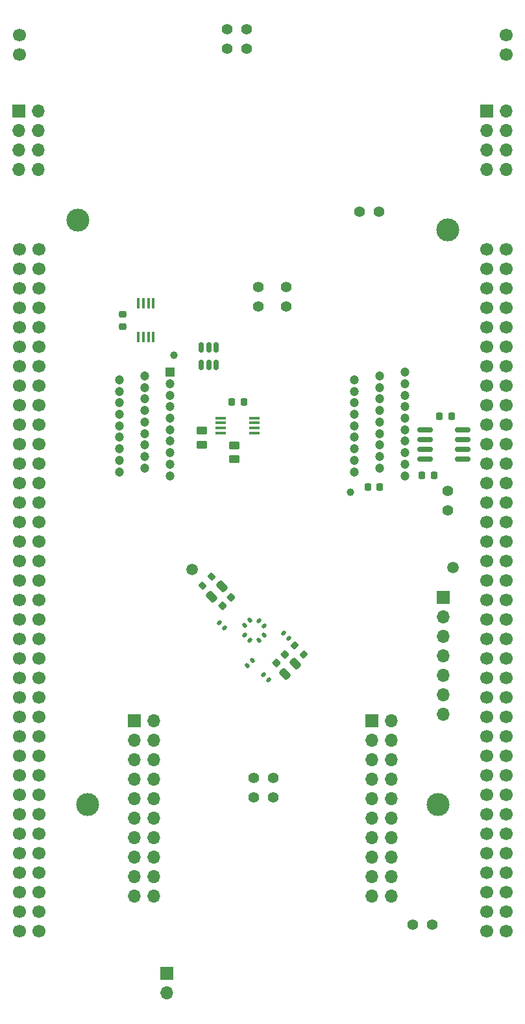
<source format=gbr>
%TF.GenerationSoftware,KiCad,Pcbnew,(6.0.8-1)-1*%
%TF.CreationDate,2022-10-19T15:00:51-05:00*%
%TF.ProjectId,NR1B-SQT56,4e523142-2d53-4515-9435-362e6b696361,rev?*%
%TF.SameCoordinates,Original*%
%TF.FileFunction,Soldermask,Bot*%
%TF.FilePolarity,Negative*%
%FSLAX46Y46*%
G04 Gerber Fmt 4.6, Leading zero omitted, Abs format (unit mm)*
G04 Created by KiCad (PCBNEW (6.0.8-1)-1) date 2022-10-19 15:00:51*
%MOMM*%
%LPD*%
G01*
G04 APERTURE LIST*
G04 Aperture macros list*
%AMRoundRect*
0 Rectangle with rounded corners*
0 $1 Rounding radius*
0 $2 $3 $4 $5 $6 $7 $8 $9 X,Y pos of 4 corners*
0 Add a 4 corners polygon primitive as box body*
4,1,4,$2,$3,$4,$5,$6,$7,$8,$9,$2,$3,0*
0 Add four circle primitives for the rounded corners*
1,1,$1+$1,$2,$3*
1,1,$1+$1,$4,$5*
1,1,$1+$1,$6,$7*
1,1,$1+$1,$8,$9*
0 Add four rect primitives between the rounded corners*
20,1,$1+$1,$2,$3,$4,$5,0*
20,1,$1+$1,$4,$5,$6,$7,0*
20,1,$1+$1,$6,$7,$8,$9,0*
20,1,$1+$1,$8,$9,$2,$3,0*%
G04 Aperture macros list end*
%ADD10C,1.400000*%
%ADD11R,1.700000X1.700000*%
%ADD12O,1.700000X1.700000*%
%ADD13C,1.000000*%
%ADD14R,1.200000X1.200000*%
%ADD15C,1.200000*%
%ADD16C,1.500000*%
%ADD17C,3.000000*%
%ADD18C,1.700000*%
%ADD19RoundRect,0.225000X0.225000X0.250000X-0.225000X0.250000X-0.225000X-0.250000X0.225000X-0.250000X0*%
%ADD20RoundRect,0.140000X-0.219203X-0.021213X-0.021213X-0.219203X0.219203X0.021213X0.021213X0.219203X0*%
%ADD21RoundRect,0.140000X0.219203X0.021213X0.021213X0.219203X-0.219203X-0.021213X-0.021213X-0.219203X0*%
%ADD22RoundRect,0.140000X-0.021213X0.219203X-0.219203X0.021213X0.021213X-0.219203X0.219203X-0.021213X0*%
%ADD23RoundRect,0.250000X-0.159099X0.512652X-0.512652X0.159099X0.159099X-0.512652X0.512652X-0.159099X0*%
%ADD24RoundRect,0.225000X-0.225000X-0.250000X0.225000X-0.250000X0.225000X0.250000X-0.225000X0.250000X0*%
%ADD25R,0.450000X1.450000*%
%ADD26RoundRect,0.250000X-0.450000X0.262500X-0.450000X-0.262500X0.450000X-0.262500X0.450000X0.262500X0*%
%ADD27RoundRect,0.200000X0.335876X0.053033X0.053033X0.335876X-0.335876X-0.053033X-0.053033X-0.335876X0*%
%ADD28RoundRect,0.225000X-0.017678X0.335876X-0.335876X0.017678X0.017678X-0.335876X0.335876X-0.017678X0*%
%ADD29RoundRect,0.140000X0.021213X-0.219203X0.219203X-0.021213X-0.021213X0.219203X-0.219203X0.021213X0*%
%ADD30R,1.450000X0.450000*%
%ADD31RoundRect,0.225000X0.250000X-0.225000X0.250000X0.225000X-0.250000X0.225000X-0.250000X-0.225000X0*%
%ADD32RoundRect,0.200000X0.053033X-0.335876X0.335876X-0.053033X-0.053033X0.335876X-0.335876X0.053033X0*%
%ADD33RoundRect,0.150000X-0.825000X-0.150000X0.825000X-0.150000X0.825000X0.150000X-0.825000X0.150000X0*%
%ADD34RoundRect,0.150000X0.150000X-0.512500X0.150000X0.512500X-0.150000X0.512500X-0.150000X-0.512500X0*%
G04 APERTURE END LIST*
D10*
%TO.C,TP5*%
X97140000Y-144460000D03*
X97140000Y-147000000D03*
%TD*%
%TO.C,TP6*%
X108420000Y-70610000D03*
X110960000Y-70610000D03*
%TD*%
D11*
%TO.C,J1*%
X125000000Y-57510000D03*
D12*
X127540000Y-57510000D03*
X125000000Y-60050000D03*
X127540000Y-60050000D03*
X125000000Y-62590000D03*
X127540000Y-62590000D03*
X125000000Y-65130000D03*
X127540000Y-65130000D03*
%TD*%
D11*
%TO.C,J2*%
X63960000Y-57510000D03*
D12*
X66500000Y-57510000D03*
X63960000Y-60050000D03*
X66500000Y-60050000D03*
X63960000Y-62590000D03*
X66500000Y-62590000D03*
X63960000Y-65130000D03*
X66500000Y-65130000D03*
%TD*%
D10*
%TO.C,TP9*%
X117850000Y-163550000D03*
X115310000Y-163550000D03*
%TD*%
D11*
%TO.C,JP1*%
X83250000Y-169975000D03*
D12*
X83250000Y-172515000D03*
%TD*%
D13*
%TO.C,U6*%
X84184258Y-89374258D03*
X107184258Y-107224258D03*
D14*
X83694258Y-91549258D03*
D15*
X80394258Y-92049258D03*
X77094258Y-92549258D03*
X83694258Y-93049258D03*
X80394258Y-93549258D03*
X77094258Y-94049258D03*
X83694258Y-94549258D03*
X80394258Y-95049258D03*
X77094258Y-95549258D03*
X83694258Y-96049258D03*
X80394258Y-96549258D03*
X77094258Y-97049258D03*
X83694258Y-97549258D03*
X80394258Y-98049258D03*
X77094258Y-98549258D03*
X83694258Y-99049258D03*
X80394258Y-99549258D03*
X77094258Y-100049258D03*
X83694258Y-100549258D03*
X80394258Y-101049258D03*
X77094258Y-101549258D03*
X83694258Y-102049258D03*
X80394258Y-102549258D03*
X77094258Y-103049258D03*
X83694258Y-103549258D03*
X80394258Y-104049258D03*
X77094258Y-104549258D03*
X83694258Y-105049258D03*
X114274258Y-105049258D03*
X107674258Y-104549258D03*
X110974258Y-104049258D03*
X114274258Y-103549258D03*
X107674258Y-103049258D03*
X110974258Y-102549258D03*
X114274258Y-102049258D03*
X107674258Y-101549258D03*
X110974258Y-101049258D03*
X114274258Y-100549258D03*
X107674258Y-100049258D03*
X110974258Y-99549258D03*
X114274258Y-99049258D03*
X107674258Y-98549258D03*
X110974258Y-98049258D03*
X114274258Y-97549258D03*
X107674258Y-97049258D03*
X110974258Y-96549258D03*
X114274258Y-96049258D03*
X107674258Y-95549258D03*
X110974258Y-95049258D03*
X114274258Y-94549258D03*
X107674258Y-94049258D03*
X110974258Y-93549258D03*
X114274258Y-93049258D03*
X107674258Y-92549258D03*
X110974258Y-92049258D03*
X114274258Y-91549258D03*
%TD*%
D10*
%TO.C,TP8*%
X119900000Y-109580000D03*
X119900000Y-107040000D03*
%TD*%
D11*
%TO.C,J4*%
X79000000Y-137000000D03*
D12*
X81540000Y-137000000D03*
X79000000Y-139540000D03*
X81540000Y-139540000D03*
X79000000Y-142080000D03*
X81540000Y-142080000D03*
X79000000Y-144620000D03*
X81540000Y-144620000D03*
X79000000Y-147160000D03*
X81540000Y-147160000D03*
X79000000Y-149700000D03*
X81540000Y-149700000D03*
X79000000Y-152240000D03*
X81540000Y-152240000D03*
X79000000Y-154780000D03*
X81540000Y-154780000D03*
X79000000Y-157320000D03*
X81540000Y-157320000D03*
X79000000Y-159860000D03*
X81540000Y-159860000D03*
%TD*%
D10*
%TO.C,TP4*%
X91100000Y-49400000D03*
X93640000Y-49400000D03*
%TD*%
D11*
%TO.C,J3*%
X119300000Y-120900000D03*
D12*
X119300000Y-123440000D03*
X119300000Y-125980000D03*
X119300000Y-128520000D03*
X119300000Y-131060000D03*
X119300000Y-133600000D03*
X119300000Y-136140000D03*
%TD*%
D10*
%TO.C,TP7*%
X94600000Y-147000000D03*
X94600000Y-144460000D03*
%TD*%
D16*
%TO.C,TP10*%
X120600000Y-117000000D03*
%TD*%
D10*
%TO.C,TP2*%
X98775000Y-83000000D03*
X98775000Y-80460000D03*
%TD*%
%TO.C,TP1*%
X95150000Y-80460000D03*
X95150000Y-83000000D03*
%TD*%
D17*
%TO.C,X1*%
X119900000Y-73000000D03*
X71620000Y-71690000D03*
X118600000Y-147900000D03*
X72890000Y-147890000D03*
D18*
X64000000Y-75500000D03*
X66540000Y-75500000D03*
X64000000Y-78040000D03*
X66540000Y-78040000D03*
X64000000Y-80580000D03*
X66540000Y-80580000D03*
X64000000Y-83120000D03*
X66540000Y-83120000D03*
X64000000Y-85660000D03*
X66540000Y-85660000D03*
X64000000Y-88200000D03*
X66540000Y-88200000D03*
X64000000Y-90740000D03*
X66540000Y-90740000D03*
X64000000Y-93280000D03*
X66540000Y-93280000D03*
X64000000Y-95820000D03*
X66540000Y-95820000D03*
X64000000Y-98360000D03*
X66540000Y-98360000D03*
X64000000Y-100900000D03*
X66540000Y-100900000D03*
X64000000Y-103440000D03*
X66540000Y-103440000D03*
X64000000Y-105980000D03*
X66540000Y-105980000D03*
X64000000Y-108520000D03*
X66540000Y-108520000D03*
X64000000Y-111060000D03*
X66540000Y-111060000D03*
X64000000Y-113600000D03*
X66540000Y-113600000D03*
X64000000Y-116140000D03*
X66540000Y-116140000D03*
X64000000Y-118680000D03*
X66540000Y-118680000D03*
X64000000Y-121220000D03*
X66540000Y-121220000D03*
X64000000Y-123760000D03*
X66540000Y-123760000D03*
X64000000Y-126300000D03*
X66540000Y-126300000D03*
X64000000Y-128840000D03*
X66540000Y-128840000D03*
X64000000Y-131380000D03*
X66540000Y-131380000D03*
X64000000Y-133920000D03*
X66540000Y-133920000D03*
X64000000Y-136460000D03*
X66540000Y-136460000D03*
X64000000Y-139000000D03*
X66540000Y-139000000D03*
X64000000Y-141540000D03*
X66540000Y-141540000D03*
X64000000Y-144080000D03*
X66540000Y-144080000D03*
X64000000Y-146620000D03*
X66540000Y-146620000D03*
X64000000Y-149160000D03*
X66540000Y-149160000D03*
X64000000Y-151700000D03*
X66540000Y-151700000D03*
X64000000Y-154240000D03*
X66540000Y-154240000D03*
X64000000Y-156780000D03*
X66540000Y-156780000D03*
X64000000Y-159320000D03*
X66540000Y-159320000D03*
X64000000Y-161860000D03*
X66540000Y-161860000D03*
X64000000Y-164400000D03*
X66540000Y-164400000D03*
X124960000Y-75500000D03*
X127500000Y-75500000D03*
X124960000Y-78040000D03*
X127500000Y-78040000D03*
X124960000Y-80580000D03*
X127500000Y-80580000D03*
X124960000Y-83120000D03*
X127500000Y-83120000D03*
X124960000Y-85660000D03*
X127500000Y-85660000D03*
X124960000Y-88200000D03*
X127500000Y-88200000D03*
X124960000Y-90740000D03*
X127500000Y-90740000D03*
X124960000Y-93280000D03*
X127500000Y-93280000D03*
X124960000Y-95820000D03*
X127500000Y-95820000D03*
X124960000Y-98360000D03*
X127500000Y-98360000D03*
X124960000Y-100900000D03*
X127500000Y-100900000D03*
X124960000Y-103440000D03*
X127500000Y-103440000D03*
X124960000Y-105980000D03*
X127500000Y-105980000D03*
X124960000Y-108520000D03*
X127500000Y-108520000D03*
X124960000Y-111060000D03*
X127500000Y-111060000D03*
X124960000Y-113600000D03*
X127500000Y-113600000D03*
X124960000Y-116140000D03*
X127500000Y-116140000D03*
X124960000Y-118680000D03*
X127500000Y-118680000D03*
X124960000Y-121220000D03*
X127500000Y-121220000D03*
X124960000Y-123760000D03*
X127500000Y-123760000D03*
X124960000Y-126300000D03*
X127500000Y-126300000D03*
X124960000Y-128840000D03*
X127500000Y-128840000D03*
X124960000Y-131380000D03*
X127500000Y-131380000D03*
X124960000Y-133920000D03*
X127500000Y-133920000D03*
X124960000Y-136460000D03*
X127500000Y-136460000D03*
X124960000Y-139000000D03*
X127500000Y-139000000D03*
X124960000Y-141540000D03*
X127500000Y-141540000D03*
X124960000Y-144080000D03*
X127500000Y-144080000D03*
X124960000Y-146620000D03*
X127500000Y-146620000D03*
X124960000Y-149160000D03*
X127500000Y-149160000D03*
X124960000Y-151700000D03*
X127500000Y-151700000D03*
X124960000Y-154240000D03*
X127500000Y-154240000D03*
X124960000Y-156780000D03*
X127500000Y-156780000D03*
X124960000Y-159320000D03*
X127500000Y-159320000D03*
X124960000Y-161860000D03*
X127500000Y-161860000D03*
X124960000Y-164400000D03*
X127500000Y-164400000D03*
X64000000Y-47560000D03*
X64000000Y-50100000D03*
X127500000Y-47560000D03*
X127500000Y-50100000D03*
%TD*%
D10*
%TO.C,TP3*%
X91100000Y-46860000D03*
X93640000Y-46860000D03*
%TD*%
D16*
%TO.C,TP11*%
X86500000Y-117300000D03*
%TD*%
D11*
%TO.C,J5*%
X109950000Y-137000000D03*
D12*
X112490000Y-137000000D03*
X109950000Y-139540000D03*
X112490000Y-139540000D03*
X109950000Y-142080000D03*
X112490000Y-142080000D03*
X109950000Y-144620000D03*
X112490000Y-144620000D03*
X109950000Y-147160000D03*
X112490000Y-147160000D03*
X109950000Y-149700000D03*
X112490000Y-149700000D03*
X109950000Y-152240000D03*
X112490000Y-152240000D03*
X109950000Y-154780000D03*
X112490000Y-154780000D03*
X109950000Y-157320000D03*
X112490000Y-157320000D03*
X109950000Y-159860000D03*
X112490000Y-159860000D03*
%TD*%
D19*
%TO.C,C9*%
X111010000Y-106530000D03*
X109460000Y-106530000D03*
%TD*%
D20*
%TO.C,C21*%
X95873978Y-131007868D03*
X96552800Y-131686690D03*
%TD*%
D21*
%TO.C,C20*%
X95951760Y-124608551D03*
X95272938Y-123929729D03*
%TD*%
D22*
%TO.C,C30*%
X94403196Y-129126964D03*
X93724374Y-129805786D03*
%TD*%
D23*
%TO.C,C12*%
X90457540Y-119496170D03*
X89114038Y-120839672D03*
%TD*%
D24*
%TO.C,C8*%
X118825000Y-97300000D03*
X120375000Y-97300000D03*
%TD*%
D25*
%TO.C,U1*%
X79525000Y-87000000D03*
X80175000Y-87000000D03*
X80825000Y-87000000D03*
X81475000Y-87000000D03*
X81475000Y-82600000D03*
X80825000Y-82600000D03*
X80175000Y-82600000D03*
X79525000Y-82600000D03*
%TD*%
D20*
%TO.C,C29*%
X98476131Y-125591430D03*
X99154953Y-126270252D03*
%TD*%
D23*
%TO.C,C11*%
X100017623Y-129579512D03*
X98674121Y-130923014D03*
%TD*%
D26*
%TO.C,R1*%
X87800000Y-99187500D03*
X87800000Y-101012500D03*
%TD*%
D24*
%TO.C,C3*%
X91725000Y-95400000D03*
X93275000Y-95400000D03*
%TD*%
D27*
%TO.C,R5*%
X101117175Y-128388037D03*
X99950449Y-127221311D03*
%TD*%
D28*
%TO.C,C14*%
X91649015Y-120920989D03*
X90552999Y-122017005D03*
%TD*%
D29*
%TO.C,C22*%
X95265866Y-126482384D03*
X95944688Y-125803562D03*
%TD*%
D30*
%TO.C,U2*%
X94700000Y-97525000D03*
X94700000Y-98175000D03*
X94700000Y-98825000D03*
X94700000Y-99475000D03*
X90300000Y-99475000D03*
X90300000Y-98825000D03*
X90300000Y-98175000D03*
X90300000Y-97525000D03*
%TD*%
D31*
%TO.C,C2*%
X77500000Y-85575000D03*
X77500000Y-84025000D03*
%TD*%
D28*
%TO.C,C13*%
X98621088Y-128388037D03*
X97525072Y-129484053D03*
%TD*%
D32*
%TO.C,R6*%
X87916637Y-119383363D03*
X89083363Y-118216637D03*
%TD*%
D24*
%TO.C,C10*%
X116550000Y-105040000D03*
X118100000Y-105040000D03*
%TD*%
D33*
%TO.C,U5*%
X116925000Y-102895000D03*
X116925000Y-101625000D03*
X116925000Y-100355000D03*
X116925000Y-99085000D03*
X121875000Y-99085000D03*
X121875000Y-100355000D03*
X121875000Y-101625000D03*
X121875000Y-102895000D03*
%TD*%
D20*
%TO.C,C24*%
X93392034Y-125811466D03*
X94070856Y-126490288D03*
%TD*%
D22*
%TO.C,C26*%
X94063784Y-123922658D03*
X93384962Y-124601480D03*
%TD*%
D26*
%TO.C,R2*%
X92000000Y-101087500D03*
X92000000Y-102912500D03*
%TD*%
D21*
%TO.C,C28*%
X90804022Y-124891394D03*
X90125200Y-124212572D03*
%TD*%
D34*
%TO.C,D18*%
X89650000Y-90637500D03*
X88700000Y-90637500D03*
X87750000Y-90637500D03*
X87750000Y-88362500D03*
X88700000Y-88362500D03*
X89650000Y-88362500D03*
%TD*%
M02*

</source>
